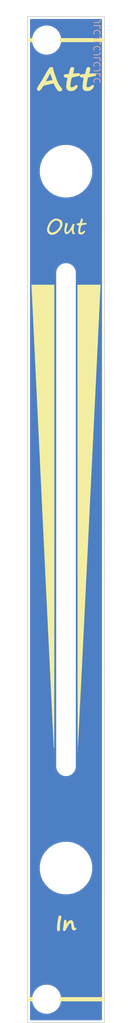
<source format=kicad_pcb>
(kicad_pcb (version 20171130) (host pcbnew "(5.1.9)-1")

  (general
    (thickness 1.6)
    (drawings 0)
    (tracks 0)
    (zones 0)
    (modules 5)
    (nets 1)
  )

  (page A4)
  (layers
    (0 F.Cu signal)
    (31 B.Cu signal)
    (32 B.Adhes user)
    (33 F.Adhes user)
    (34 B.Paste user)
    (35 F.Paste user)
    (36 B.SilkS user)
    (37 F.SilkS user)
    (38 B.Mask user)
    (39 F.Mask user)
    (40 Dwgs.User user)
    (41 Cmts.User user)
    (42 Eco1.User user)
    (43 Eco2.User user)
    (44 Edge.Cuts user)
    (45 Margin user)
    (46 B.CrtYd user)
    (47 F.CrtYd user)
    (48 B.Fab user)
    (49 F.Fab user)
  )

  (setup
    (last_trace_width 0.25)
    (trace_clearance 0.2)
    (zone_clearance 0.254)
    (zone_45_only no)
    (trace_min 0.2)
    (via_size 0.8)
    (via_drill 0.4)
    (via_min_size 0.4)
    (via_min_drill 0.3)
    (uvia_size 0.3)
    (uvia_drill 0.1)
    (uvias_allowed no)
    (uvia_min_size 0.2)
    (uvia_min_drill 0.1)
    (edge_width 0.05)
    (segment_width 0.2)
    (pcb_text_width 0.3)
    (pcb_text_size 1.5 1.5)
    (mod_edge_width 0.12)
    (mod_text_size 1 1)
    (mod_text_width 0.15)
    (pad_size 1.524 1.524)
    (pad_drill 0.762)
    (pad_to_mask_clearance 0)
    (aux_axis_origin 0 0)
    (visible_elements 7EFFFFFF)
    (pcbplotparams
      (layerselection 0x010f0_ffffffff)
      (usegerberextensions false)
      (usegerberattributes false)
      (usegerberadvancedattributes false)
      (creategerberjobfile false)
      (excludeedgelayer true)
      (linewidth 0.100000)
      (plotframeref false)
      (viasonmask false)
      (mode 1)
      (useauxorigin false)
      (hpglpennumber 1)
      (hpglpenspeed 20)
      (hpglpendiameter 15.000000)
      (psnegative false)
      (psa4output false)
      (plotreference false)
      (plotvalue false)
      (plotinvisibletext false)
      (padsonsilk false)
      (subtractmaskfromsilk false)
      (outputformat 1)
      (mirror false)
      (drillshape 0)
      (scaleselection 1)
      (outputdirectory "plots/"))
  )

  (net 0 "")

  (net_class Default "This is the default net class."
    (clearance 0.2)
    (trace_width 0.25)
    (via_dia 0.8)
    (via_drill 0.4)
    (uvia_dia 0.3)
    (uvia_drill 0.1)
  )

  (module Frontpanels:Mounting_Hole_6.2mm (layer F.Cu) (tedit 604DF155) (tstamp 604E4DC7)
    (at 4.9 108.75)
    (fp_text reference REF** (at 0 4) (layer Dwgs.User)
      (effects (font (size 1 1) (thickness 0.15)))
    )
    (fp_text value Mounting_Hole_6.2mm (at 0 -4) (layer F.Fab)
      (effects (font (size 1 1) (thickness 0.15)))
    )
    (pad "" np_thru_hole circle (at 0 0) (size 6.2 6.2) (drill 6.2) (layers *.Cu *.Mask))
  )

  (module Frontpanels:Mounting_Hole_6.2mm (layer F.Cu) (tedit 604DF155) (tstamp 604E4DA8)
    (at 4.9 19.75)
    (fp_text reference REF** (at 0 4) (layer Dwgs.User)
      (effects (font (size 1 1) (thickness 0.15)))
    )
    (fp_text value Mounting_Hole_6.2mm (at 0 -4) (layer F.Fab)
      (effects (font (size 1 1) (thickness 0.15)))
    )
    (pad "" np_thru_hole circle (at 0 0) (size 6.2 6.2) (drill 6.2) (layers *.Cu *.Mask))
  )

  (module Frontpanels:Fader_60mm_wo_Holes (layer F.Cu) (tedit 604DEF82) (tstamp 604E4D1A)
    (at 4.9 64.25)
    (fp_text reference REF** (at 1.9 0 90) (layer Dwgs.User)
      (effects (font (size 1 1) (thickness 0.15)))
    )
    (fp_text value Fader_60mm_wo_Holes (at -1.8 0 90) (layer F.Fab)
      (effects (font (size 1 1) (thickness 0.15)))
    )
    (pad "" np_thru_hole oval (at 0 0) (size 2 65) (drill oval 2 65) (layers *.Cu *.Mask))
  )

  (module Front:Front (layer F.Cu) (tedit 0) (tstamp 604E4C11)
    (at 4.9 64.25)
    (fp_text reference G*** (at 0 0) (layer F.SilkS) hide
      (effects (font (size 1.524 1.524) (thickness 0.3)))
    )
    (fp_text value LOGO (at 0.75 0) (layer F.SilkS) hide
      (effects (font (size 1.524 1.524) (thickness 0.3)))
    )
    (fp_poly (pts (xy 0.881842 -57.790709) (xy 0.96814 -57.753302) (xy 0.982456 -57.741568) (xy 1.013285 -57.710053)
      (xy 1.032218 -57.677168) (xy 1.039065 -57.632793) (xy 1.033634 -57.566809) (xy 1.015736 -57.469093)
      (xy 0.98518 -57.329527) (xy 0.97375 -57.279014) (xy 0.946402 -57.155533) (xy 0.925304 -57.054605)
      (xy 0.912722 -56.987472) (xy 0.910505 -56.965265) (xy 0.939472 -56.965912) (xy 1.013445 -56.971588)
      (xy 1.121305 -56.981347) (xy 1.251932 -56.994243) (xy 1.254914 -56.994549) (xy 1.407142 -57.00883)
      (xy 1.51556 -57.015084) (xy 1.592244 -57.013198) (xy 1.649271 -57.003053) (xy 1.685303 -56.990419)
      (xy 1.75418 -56.948488) (xy 1.777696 -56.893878) (xy 1.778 -56.884836) (xy 1.781249 -56.8432)
      (xy 1.801155 -56.831279) (xy 1.852959 -56.844885) (xy 1.883834 -56.855754) (xy 1.965357 -56.874687)
      (xy 2.079278 -56.888641) (xy 2.201585 -56.894719) (xy 2.207062 -56.894762) (xy 2.424458 -56.896)
      (xy 2.451606 -56.994323) (xy 2.470124 -57.062974) (xy 2.498399 -57.169646) (xy 2.532039 -57.297718)
      (xy 2.555698 -57.388392) (xy 2.601206 -57.550013) (xy 2.643723 -57.66378) (xy 2.689112 -57.737588)
      (xy 2.743233 -57.779327) (xy 2.811949 -57.796891) (xy 2.860736 -57.799112) (xy 2.974577 -57.777911)
      (xy 3.057794 -57.719736) (xy 3.100713 -57.632724) (xy 3.104445 -57.594071) (xy 3.095764 -57.495159)
      (xy 3.073082 -57.36713) (xy 3.041438 -57.234) (xy 3.00587 -57.119787) (xy 3.003756 -57.114152)
      (xy 2.978056 -57.041105) (xy 2.964145 -56.991058) (xy 2.963334 -56.984239) (xy 2.980754 -56.973488)
      (xy 3.036035 -56.970419) (xy 3.13371 -56.975252) (xy 3.278309 -56.988205) (xy 3.464842 -57.008408)
      (xy 3.624276 -57.018418) (xy 3.734641 -57.006255) (xy 3.75412 -57.000038) (xy 3.808559 -56.972492)
      (xy 3.832642 -56.931473) (xy 3.838217 -56.856106) (xy 3.838222 -56.851854) (xy 3.823147 -56.746953)
      (xy 3.788834 -56.693517) (xy 3.744965 -56.67431) (xy 3.656183 -56.648688) (xy 3.533282 -56.619318)
      (xy 3.387058 -56.588869) (xy 3.296642 -56.571913) (xy 3.143764 -56.543562) (xy 3.009655 -56.517124)
      (xy 2.904552 -56.494739) (xy 2.838693 -56.478549) (xy 2.822279 -56.472702) (xy 2.804751 -56.437918)
      (xy 2.781441 -56.357923) (xy 2.75443 -56.243402) (xy 2.725797 -56.105038) (xy 2.697622 -55.953516)
      (xy 2.671986 -55.799518) (xy 2.650968 -55.653729) (xy 2.636649 -55.526832) (xy 2.635457 -55.513112)
      (xy 2.627883 -55.402244) (xy 2.629425 -55.332388) (xy 2.642367 -55.288527) (xy 2.668996 -55.255643)
      (xy 2.67555 -55.249612) (xy 2.750389 -55.217055) (xy 2.851726 -55.217882) (xy 2.963542 -55.248349)
      (xy 3.069821 -55.30471) (xy 3.130883 -55.356049) (xy 3.213092 -55.420587) (xy 3.314194 -55.47223)
      (xy 3.415209 -55.503661) (xy 3.497158 -55.50756) (xy 3.51269 -55.503281) (xy 3.545602 -55.462978)
      (xy 3.554677 -55.386429) (xy 3.539762 -55.288624) (xy 3.515607 -55.21707) (xy 3.451589 -55.111346)
      (xy 3.351718 -54.999279) (xy 3.232196 -54.896356) (xy 3.109222 -54.818065) (xy 3.086978 -54.80733)
      (xy 2.924138 -54.756523) (xy 2.741274 -54.736761) (xy 2.558792 -54.748009) (xy 2.397096 -54.790231)
      (xy 2.356306 -54.808619) (xy 2.264179 -54.861819) (xy 2.198462 -54.919696) (xy 2.155484 -54.992201)
      (xy 2.131571 -55.089283) (xy 2.123052 -55.22089) (xy 2.126255 -55.396973) (xy 2.127546 -55.428445)
      (xy 2.137769 -55.606269) (xy 2.153785 -55.777178) (xy 2.177676 -55.957213) (xy 2.211524 -56.162414)
      (xy 2.24934 -56.366834) (xy 2.254275 -56.419418) (xy 2.231479 -56.440639) (xy 2.169259 -56.444602)
      (xy 2.009694 -56.46171) (xy 1.888575 -56.510564) (xy 1.810097 -56.58834) (xy 1.778455 -56.692217)
      (xy 1.778 -56.707851) (xy 1.778 -56.789365) (xy 1.725911 -56.725038) (xy 1.69524 -56.697074)
      (xy 1.646569 -56.672258) (xy 1.570878 -56.647768) (xy 1.459143 -56.620783) (xy 1.302342 -56.588481)
      (xy 1.2673 -56.581625) (xy 1.118396 -56.552472) (xy 0.985714 -56.526154) (xy 0.880854 -56.504996)
      (xy 0.815414 -56.491324) (xy 0.8033 -56.488577) (xy 0.767257 -56.469583) (xy 0.735568 -56.427173)
      (xy 0.706132 -56.354843) (xy 0.676853 -56.246087) (xy 0.645632 -56.094402) (xy 0.610372 -55.893282)
      (xy 0.609404 -55.887466) (xy 0.576216 -55.6615) (xy 0.560501 -55.485596) (xy 0.562266 -55.356139)
      (xy 0.581518 -55.269519) (xy 0.610622 -55.227699) (xy 0.671686 -55.209159) (xy 0.764409 -55.217032)
      (xy 0.873175 -55.246894) (xy 0.982363 -55.294324) (xy 1.076357 -55.354898) (xy 1.084904 -55.362007)
      (xy 1.174095 -55.426172) (xy 1.269308 -55.476917) (xy 1.305218 -55.49032) (xy 1.399391 -55.503926)
      (xy 1.459001 -55.481846) (xy 1.486809 -55.430739) (xy 1.485574 -55.357261) (xy 1.458056 -55.268072)
      (xy 1.407016 -55.169829) (xy 1.335213 -55.069189) (xy 1.245408 -54.972811) (xy 1.14036 -54.887353)
      (xy 1.028148 -54.821961) (xy 0.864544 -54.76535) (xy 0.684577 -54.736925) (xy 0.511016 -54.738989)
      (xy 0.407552 -54.759197) (xy 0.247122 -54.832747) (xy 0.128557 -54.942981) (xy 0.054723 -55.086075)
      (xy 0.028488 -55.258204) (xy 0.028468 -55.264766) (xy 0.03574 -55.442494) (xy 0.05525 -55.653281)
      (xy 0.084295 -55.87787) (xy 0.120174 -56.097001) (xy 0.160186 -56.291416) (xy 0.187026 -56.395056)
      (xy 0.186873 -56.427935) (xy 0.152315 -56.442066) (xy 0.096899 -56.444445) (xy -0.055432 -56.458992)
      (xy -0.169916 -56.500858) (xy -0.240317 -56.567378) (xy -0.252656 -56.593832) (xy -0.281368 -56.700072)
      (xy -0.278622 -56.777439) (xy -0.239031 -56.830921) (xy -0.157212 -56.865505) (xy -0.02778 -56.886176)
      (xy 0.071217 -56.893754) (xy 0.347825 -56.910112) (xy 0.451749 -57.298154) (xy 0.492978 -57.442888)
      (xy 0.534202 -57.571545) (xy 0.57133 -57.672393) (xy 0.60027 -57.733702) (xy 0.606766 -57.742654)
      (xy 0.678724 -57.78545) (xy 0.777894 -57.801447) (xy 0.881842 -57.790709)) (layer F.SilkS) (width 0.01))
    (fp_poly (pts (xy -1.798709 -57.79195) (xy -1.703728 -57.757962) (xy -1.699613 -57.755178) (xy -1.659375 -57.714278)
      (xy -1.640745 -57.653259) (xy -1.636889 -57.573421) (xy -1.630474 -57.507098) (xy -1.610193 -57.41275)
      (xy -1.57449 -57.285057) (xy -1.52181 -57.118701) (xy -1.450595 -56.908364) (xy -1.400014 -56.763633)
      (xy -1.329543 -56.565596) (xy -1.259676 -56.372666) (xy -1.194282 -56.19527) (xy -1.137227 -56.043835)
      (xy -1.092379 -55.928786) (xy -1.072269 -55.88) (xy -1.006273 -55.744421) (xy -0.920812 -55.594778)
      (xy -0.825043 -55.444874) (xy -0.728122 -55.30851) (xy -0.639206 -55.199485) (xy -0.584814 -55.145264)
      (xy -0.52686 -55.082225) (xy -0.502067 -55.008761) (xy -0.497891 -54.951972) (xy -0.503261 -54.86373)
      (xy -0.53241 -54.803312) (xy -0.573478 -54.762431) (xy -0.678294 -54.70779) (xy -0.806029 -54.697675)
      (xy -0.943744 -54.733018) (xy -0.949074 -54.735302) (xy -1.017927 -54.784747) (xy -1.102678 -54.875093)
      (xy -1.196119 -54.995743) (xy -1.291049 -55.136097) (xy -1.380261 -55.285557) (xy -1.456551 -55.433524)
      (xy -1.509133 -55.559225) (xy -1.561017 -55.704116) (xy -1.676564 -55.691325) (xy -1.751342 -55.679581)
      (xy -1.86683 -55.657435) (xy -2.008932 -55.627997) (xy -2.163555 -55.594378) (xy -2.316604 -55.559688)
      (xy -2.453986 -55.527039) (xy -2.561607 -55.49954) (xy -2.612559 -55.48474) (xy -2.704092 -55.463952)
      (xy -2.782192 -55.456667) (xy -2.824386 -55.451603) (xy -2.861701 -55.430332) (xy -2.902898 -55.383733)
      (xy -2.956737 -55.302687) (xy -3.002773 -55.227027) (xy -3.11439 -55.056551) (xy -3.223903 -54.918947)
      (xy -3.325602 -54.820446) (xy -3.413781 -54.767282) (xy -3.427729 -54.76302) (xy -3.520903 -54.766056)
      (xy -3.611118 -54.811977) (xy -3.681068 -54.88908) (xy -3.708043 -54.952604) (xy -3.717483 -55.007113)
      (xy -3.712269 -55.058899) (xy -3.6878 -55.122716) (xy -3.639478 -55.213321) (xy -3.611689 -55.261661)
      (xy -3.54996 -55.364642) (xy -3.46687 -55.498596) (xy -3.372445 -55.64758) (xy -3.276707 -55.79565)
      (xy -3.258412 -55.823556) (xy -3.154962 -55.984753) (xy -3.149922 -55.992889) (xy -2.569681 -55.992889)
      (xy -2.488799 -55.992889) (xy -2.422853 -55.999841) (xy -2.322361 -56.018221) (xy -2.207154 -56.044318)
      (xy -2.187222 -56.049334) (xy -2.070324 -56.076521) (xy -1.963569 -56.09666) (xy -1.887404 -56.105976)
      (xy -1.879319 -56.10621) (xy -1.805846 -56.109814) (xy -1.760328 -56.125197) (xy -1.741578 -56.16052)
      (xy -1.748413 -56.223946) (xy -1.779648 -56.323638) (xy -1.828832 -56.454179) (xy -1.877981 -56.586096)
      (xy -1.92061 -56.709872) (xy -1.951394 -56.809505) (xy -1.963592 -56.859231) (xy -1.979535 -56.934788)
      (xy -1.99435 -56.985342) (xy -1.996852 -56.990657) (xy -2.014665 -56.9768) (xy -2.053275 -56.921568)
      (xy -2.107186 -56.833529) (xy -2.170899 -56.721253) (xy -2.177919 -56.708435) (xy -2.256403 -56.564732)
      (xy -2.338208 -56.415116) (xy -2.412379 -56.279612) (xy -2.457392 -56.1975) (xy -2.569681 -55.992889)
      (xy -3.149922 -55.992889) (xy -3.043219 -56.165132) (xy -2.936417 -56.342993) (xy -2.847789 -56.496633)
      (xy -2.845411 -56.500889) (xy -2.680256 -56.795337) (xy -2.539206 -57.043297) (xy -2.420076 -57.24823)
      (xy -2.32068 -57.413596) (xy -2.238832 -57.542856) (xy -2.172348 -57.639469) (xy -2.119042 -57.706897)
      (xy -2.076729 -57.7486) (xy -2.045644 -57.767216) (xy -1.919613 -57.795276) (xy -1.798709 -57.79195)) (layer F.SilkS) (width 0.01))
    (fp_poly (pts (xy 0.160322 -37.869013) (xy 0.206334 -37.812992) (xy 0.209199 -37.803452) (xy 0.207951 -37.746943)
      (xy 0.18981 -37.648971) (xy 0.157215 -37.521105) (xy 0.130838 -37.431953) (xy 0.065258 -37.200743)
      (xy 0.02587 -37.014405) (xy 0.012872 -36.87436) (xy 0.026458 -36.782027) (xy 0.037968 -36.760643)
      (xy 0.069645 -36.729192) (xy 0.111689 -36.725206) (xy 0.17831 -36.743639) (xy 0.290072 -36.807691)
      (xy 0.407259 -36.927816) (xy 0.529795 -37.103913) (xy 0.657599 -37.335879) (xy 0.704689 -37.432631)
      (xy 0.776624 -37.581877) (xy 0.832026 -37.685886) (xy 0.877031 -37.75111) (xy 0.917778 -37.784005)
      (xy 0.960403 -37.791023) (xy 1.011042 -37.778619) (xy 1.027803 -37.772425) (xy 1.058122 -37.735563)
      (xy 1.072332 -37.672202) (xy 1.067455 -37.610143) (xy 1.048354 -37.580443) (xy 1.033051 -37.545119)
      (xy 1.017879 -37.466188) (xy 1.004074 -37.356477) (xy 0.992868 -37.228813) (xy 0.985494 -37.096023)
      (xy 0.983186 -36.970934) (xy 0.98434 -36.914667) (xy 0.992582 -36.804272) (xy 1.010788 -36.731173)
      (xy 1.044587 -36.676388) (xy 1.060094 -36.659123) (xy 1.111577 -36.587618) (xy 1.128983 -36.523823)
      (xy 1.10832 -36.482566) (xy 1.107722 -36.482207) (xy 1.067379 -36.46801) (xy 0.999543 -36.451105)
      (xy 0.998084 -36.450791) (xy 0.929606 -36.44531) (xy 0.879858 -36.473436) (xy 0.849304 -36.508502)
      (xy 0.811568 -36.56167) (xy 0.785503 -36.616702) (xy 0.766364 -36.6891) (xy 0.749408 -36.794366)
      (xy 0.740136 -36.865196) (xy 0.719667 -37.027391) (xy 0.564445 -36.823877) (xy 0.446328 -36.680386)
      (xy 0.34173 -36.580899) (xy 0.240936 -36.517978) (xy 0.134231 -36.484188) (xy 0.116677 -36.481102)
      (xy 0.010821 -36.473007) (xy -0.059016 -36.494509) (xy -0.108432 -36.552374) (xy -0.125478 -36.586127)
      (xy -0.17598 -36.712523) (xy -0.203452 -36.830078) (xy -0.209733 -36.957148) (xy -0.196661 -37.112091)
      (xy -0.185902 -37.189495) (xy -0.164922 -37.317694) (xy -0.14286 -37.432728) (xy -0.123095 -37.517752)
      (xy -0.114567 -37.545254) (xy -0.094436 -37.627503) (xy -0.084807 -37.724461) (xy -0.084666 -37.735647)
      (xy -0.07845 -37.812534) (xy -0.052745 -37.854021) (xy -0.012152 -37.874967) (xy 0.082471 -37.891294)
      (xy 0.160322 -37.869013)) (layer F.SilkS) (width 0.01))
    (fp_poly (pts (xy 2.090109 -38.437776) (xy 2.124232 -38.406489) (xy 2.138767 -38.353955) (xy 2.13342 -38.271812)
      (xy 2.107895 -38.151702) (xy 2.075846 -38.033469) (xy 2.052372 -37.945666) (xy 2.038688 -37.883244)
      (xy 2.037384 -37.861613) (xy 2.067397 -37.861662) (xy 2.140116 -37.867382) (xy 2.242212 -37.877649)
      (xy 2.289954 -37.882966) (xy 2.432649 -37.896795) (xy 2.528644 -37.89805) (xy 2.586752 -37.884381)
      (xy 2.615785 -37.853439) (xy 2.624554 -37.802876) (xy 2.624667 -37.793733) (xy 2.620099 -37.748508)
      (xy 2.600414 -37.716472) (xy 2.556638 -37.694228) (xy 2.479799 -37.67838) (xy 2.360922 -37.66553)
      (xy 2.265723 -37.657849) (xy 2.124117 -37.642118) (xy 2.030689 -37.619308) (xy 1.980564 -37.590609)
      (xy 1.939833 -37.526834) (xy 1.899919 -37.417731) (xy 1.86375 -37.274378) (xy 1.834253 -37.107852)
      (xy 1.818558 -36.977442) (xy 1.810017 -36.865848) (xy 1.81197 -36.794511) (xy 1.82624 -36.747912)
      (xy 1.849212 -36.716387) (xy 1.918562 -36.668992) (xy 1.999085 -36.671766) (xy 2.095663 -36.725376)
      (xy 2.132754 -36.755072) (xy 2.251998 -36.849853) (xy 2.337766 -36.901512) (xy 2.39258 -36.910399)
      (xy 2.418968 -36.876865) (xy 2.419451 -36.801258) (xy 2.418623 -36.794723) (xy 2.376675 -36.678205)
      (xy 2.291583 -36.575897) (xy 2.176082 -36.494028) (xy 2.042906 -36.43883) (xy 1.904791 -36.416534)
      (xy 1.774469 -36.433372) (xy 1.723372 -36.454524) (xy 1.645678 -36.512144) (xy 1.592981 -36.593866)
      (xy 1.564427 -36.705527) (xy 1.559162 -36.852964) (xy 1.576332 -37.042015) (xy 1.608238 -37.241497)
      (xy 1.630848 -37.367486) (xy 1.649168 -37.472625) (xy 1.66111 -37.544718) (xy 1.664683 -37.570834)
      (xy 1.639949 -37.584186) (xy 1.577761 -37.591517) (xy 1.554238 -37.592) (xy 1.447123 -37.610026)
      (xy 1.380423 -37.66133) (xy 1.359002 -37.741756) (xy 1.36019 -37.757826) (xy 1.368906 -37.798805)
      (xy 1.392198 -37.821994) (xy 1.443855 -37.833643) (xy 1.537665 -37.840002) (xy 1.541936 -37.840208)
      (xy 1.659735 -37.852606) (xy 1.736739 -37.883732) (xy 1.786483 -37.945049) (xy 1.822498 -38.048022)
      (xy 1.831968 -38.085889) (xy 1.867502 -38.231245) (xy 1.894676 -38.33078) (xy 1.917136 -38.393831)
      (xy 1.938522 -38.42973) (xy 1.96248 -38.447813) (xy 1.975119 -38.45264) (xy 2.042704 -38.453666)
      (xy 2.090109 -38.437776)) (layer F.SilkS) (width 0.01))
    (fp_poly (pts (xy -1.138114 -38.44695) (xy -1.108611 -38.440675) (xy -0.99157 -38.407579) (xy -0.874436 -38.362739)
      (xy -0.821945 -38.337208) (xy -0.744089 -38.297531) (xy -0.684374 -38.272633) (xy -0.666723 -38.268442)
      (xy -0.627333 -38.242768) (xy -0.580263 -38.177363) (xy -0.533008 -38.086863) (xy -0.493063 -37.985901)
      (xy -0.467923 -37.889113) (xy -0.465969 -37.87642) (xy -0.465575 -37.677702) (xy -0.513927 -37.466515)
      (xy -0.606917 -37.250194) (xy -0.740435 -37.036075) (xy -0.91037 -36.831493) (xy -1.112615 -36.643783)
      (xy -1.19035 -36.583371) (xy -1.303026 -36.506402) (xy -1.401588 -36.457949) (xy -1.511769 -36.426554)
      (xy -1.566333 -36.415942) (xy -1.734283 -36.390462) (xy -1.860839 -36.383026) (xy -1.958202 -36.393965)
      (xy -2.038571 -36.423611) (xy -2.048699 -36.429017) (xy -2.220373 -36.548164) (xy -2.33989 -36.687778)
      (xy -2.408287 -36.849451) (xy -2.427015 -37.009938) (xy -2.425346 -37.026257) (xy -2.160529 -37.026257)
      (xy -2.14631 -36.933084) (xy -2.099014 -36.842307) (xy -2.02566 -36.757363) (xy -1.939895 -36.689205)
      (xy -1.855368 -36.648786) (xy -1.788655 -36.646054) (xy -1.747547 -36.65861) (xy -1.668491 -36.682383)
      (xy -1.567645 -36.712517) (xy -1.554744 -36.716361) (xy -1.447602 -36.752262) (xy -1.361961 -36.793656)
      (xy -1.279289 -36.851928) (xy -1.181056 -36.938463) (xy -1.157929 -36.960146) (xy -0.993064 -37.130128)
      (xy -0.874607 -37.287603) (xy -0.796777 -37.441565) (xy -0.756724 -37.584376) (xy -0.739193 -37.768826)
      (xy -0.763849 -37.917369) (xy -0.832912 -38.033953) (xy -0.948597 -38.122528) (xy -1.091718 -38.180741)
      (xy -1.266214 -38.234014) (xy -1.421309 -38.170979) (xy -1.616052 -38.070401) (xy -1.777772 -37.937368)
      (xy -1.913516 -37.764487) (xy -2.03033 -37.544365) (xy -2.040388 -37.521445) (xy -2.10811 -37.338482)
      (xy -2.148828 -37.169692) (xy -2.160529 -37.026257) (xy -2.425346 -37.026257) (xy -2.410517 -37.171205)
      (xy -2.365243 -37.358535) (xy -2.297178 -37.553518) (xy -2.212303 -37.737742) (xy -2.161905 -37.825758)
      (xy -1.999174 -38.051801) (xy -1.824448 -38.225174) (xy -1.634063 -38.349033) (xy -1.483598 -38.409839)
      (xy -1.370897 -38.443203) (xy -1.28999 -38.459338) (xy -1.219516 -38.460002) (xy -1.138114 -38.44695)) (layer F.SilkS) (width 0.01))
    (fp_poly (pts (xy -1.495778 -0.439111) (xy -1.495804 1.350202) (xy -1.495883 3.083126) (xy -1.496014 4.759717)
      (xy -1.496199 6.380029) (xy -1.496436 7.944119) (xy -1.496726 9.452042) (xy -1.497068 10.903853)
      (xy -1.497464 12.299609) (xy -1.497913 13.639363) (xy -1.498414 14.923173) (xy -1.498969 16.151093)
      (xy -1.499577 17.323179) (xy -1.500238 18.439486) (xy -1.500953 19.50007) (xy -1.50172 20.504986)
      (xy -1.502541 21.45429) (xy -1.503416 22.348037) (xy -1.504344 23.186282) (xy -1.505325 23.969082)
      (xy -1.50636 24.696492) (xy -1.507449 25.368567) (xy -1.508591 25.985362) (xy -1.509787 26.546933)
      (xy -1.511037 27.053336) (xy -1.51234 27.504626) (xy -1.513698 27.900859) (xy -1.515109 28.242089)
      (xy -1.516575 28.528373) (xy -1.518094 28.759766) (xy -1.519668 28.936323) (xy -1.521296 29.058101)
      (xy -1.522978 29.125153) (xy -1.524199 29.139567) (xy -1.556009 29.134642) (xy -1.563993 29.120066)
      (xy -1.565795 29.090609) (xy -1.570231 29.006196) (xy -1.577233 28.868253) (xy -1.586733 28.678202)
      (xy -1.598662 28.437469) (xy -1.612951 28.147478) (xy -1.629532 27.809653) (xy -1.648336 27.425418)
      (xy -1.669295 26.996197) (xy -1.69234 26.523416) (xy -1.717403 26.008497) (xy -1.744415 25.452867)
      (xy -1.773308 24.857947) (xy -1.804013 24.225164) (xy -1.836461 23.555941) (xy -1.870585 22.851703)
      (xy -1.906315 22.113873) (xy -1.943583 21.343877) (xy -1.98232 20.543138) (xy -2.022459 19.713081)
      (xy -2.063929 18.85513) (xy -2.106664 17.970709) (xy -2.150594 17.061242) (xy -2.19565 16.128155)
      (xy -2.241765 15.17287) (xy -2.28887 14.196813) (xy -2.336895 13.201408) (xy -2.385774 12.188078)
      (xy -2.435436 11.158249) (xy -2.485814 10.113345) (xy -2.536839 9.054789) (xy -2.588443 7.984006)
      (xy -2.640556 6.902421) (xy -2.693111 5.811457) (xy -2.746039 4.71254) (xy -2.799271 3.607092)
      (xy -2.852739 2.496539) (xy -2.906375 1.382305) (xy -2.960109 0.265814) (xy -3.013873 -0.851509)
      (xy -3.067599 -1.968241) (xy -3.121218 -3.082957) (xy -3.174662 -4.194233) (xy -3.227861 -5.300644)
      (xy -3.280749 -6.400767) (xy -3.333255 -7.493176) (xy -3.385312 -8.576448) (xy -3.436851 -9.649159)
      (xy -3.487803 -10.709883) (xy -3.5381 -11.757197) (xy -3.587673 -12.789677) (xy -3.636455 -13.805898)
      (xy -3.684375 -14.804436) (xy -3.731366 -15.783867) (xy -3.77736 -16.742765) (xy -3.822287 -17.679709)
      (xy -3.866079 -18.593271) (xy -3.908668 -19.48203) (xy -3.949985 -20.344559) (xy -3.989961 -21.179436)
      (xy -4.028529 -21.985235) (xy -4.065619 -22.760533) (xy -4.101163 -23.503904) (xy -4.135092 -24.213926)
      (xy -4.167338 -24.889173) (xy -4.197832 -25.528221) (xy -4.226506 -26.129646) (xy -4.253292 -26.692024)
      (xy -4.27812 -27.213931) (xy -4.300923 -27.693941) (xy -4.321631 -28.130631) (xy -4.340176 -28.522577)
      (xy -4.35649 -28.868354) (xy -4.370503 -29.166538) (xy -4.382149 -29.415705) (xy -4.391357 -29.61443)
      (xy -4.39806 -29.76129) (xy -4.402188 -29.854859) (xy -4.403674 -29.893714) (xy -4.403677 -29.894389)
      (xy -4.402666 -30.000223) (xy -1.495778 -30.000223) (xy -1.495778 -0.439111)) (layer F.SilkS) (width 0.01))
    (fp_poly (pts (xy -1.53197 29.471443) (xy -1.527328 29.554907) (xy -1.532356 29.612554) (xy -1.538966 29.623911)
      (xy -1.543226 29.586934) (xy -1.54415 29.534555) (xy -1.542038 29.470521) (xy -1.536981 29.451791)
      (xy -1.53197 29.471443)) (layer F.SilkS) (width 0.01))
    (fp_poly (pts (xy -1.495778 29.760333) (xy -1.509889 29.774444) (xy -1.524 29.760333) (xy -1.509889 29.746222)
      (xy -1.495778 29.760333)) (layer F.SilkS) (width 0.01))
    (fp_poly (pts (xy 4.403987 -29.9085) (xy 4.402799 -29.867949) (xy 4.398912 -29.772719) (xy 4.392399 -29.624236)
      (xy 4.383327 -29.423924) (xy 4.371768 -29.17321) (xy 4.357789 -28.873517) (xy 4.341463 -28.526272)
      (xy 4.322857 -28.132899) (xy 4.302043 -27.694824) (xy 4.279089 -27.213472) (xy 4.254066 -26.690267)
      (xy 4.227044 -26.126635) (xy 4.198091 -25.524001) (xy 4.167278 -24.883791) (xy 4.134675 -24.207429)
      (xy 4.100351 -23.496341) (xy 4.064376 -22.751951) (xy 4.02682 -21.975685) (xy 3.987753 -21.168968)
      (xy 3.947245 -20.333225) (xy 3.905364 -19.469881) (xy 3.862182 -18.580362) (xy 3.817768 -17.666093)
      (xy 3.772191 -16.728498) (xy 3.725521 -15.769003) (xy 3.677829 -14.789032) (xy 3.629183 -13.790013)
      (xy 3.579654 -12.773368) (xy 3.529312 -11.740524) (xy 3.478226 -10.692905) (xy 3.426466 -9.631937)
      (xy 3.374101 -8.559045) (xy 3.321202 -7.475654) (xy 3.267839 -6.383188) (xy 3.21408 -5.283075)
      (xy 3.159996 -4.176737) (xy 3.105657 -3.065602) (xy 3.051133 -1.951093) (xy 2.996492 -0.834636)
      (xy 2.941806 0.282345) (xy 2.887143 1.398423) (xy 2.832574 2.512173) (xy 2.778168 3.622172)
      (xy 2.723995 4.726992) (xy 2.670124 5.82521) (xy 2.616627 6.9154) (xy 2.563572 7.996137)
      (xy 2.511029 9.065996) (xy 2.459067 10.123552) (xy 2.407758 11.167379) (xy 2.35717 12.196053)
      (xy 2.307373 13.208147) (xy 2.258437 14.202238) (xy 2.210432 15.1769) (xy 2.163427 16.130708)
      (xy 2.117493 17.062236) (xy 2.072699 17.97006) (xy 2.029115 18.852755) (xy 1.98681 19.708894)
      (xy 1.945855 20.537054) (xy 1.906319 21.335809) (xy 1.868272 22.103733) (xy 1.831783 22.839402)
      (xy 1.796924 23.541391) (xy 1.763762 24.208274) (xy 1.732368 24.838627) (xy 1.702813 25.431023)
      (xy 1.675164 25.984038) (xy 1.649494 26.496248) (xy 1.62587 26.966226) (xy 1.604363 27.392547)
      (xy 1.585043 27.773787) (xy 1.56798 28.10852) (xy 1.553242 28.395321) (xy 1.540901 28.632765)
      (xy 1.531025 28.819427) (xy 1.523685 28.953881) (xy 1.518951 29.034703) (xy 1.51695 29.06048)
      (xy 1.502865 29.123946) (xy 1.499441 29.216779) (xy 1.502873 29.272146) (xy 1.507333 29.364568)
      (xy 1.507142 29.493332) (xy 1.502539 29.638547) (xy 1.497311 29.732111) (xy 1.496409 29.71758)
      (xy 1.495508 29.647748) (xy 1.494609 29.523757) (xy 1.493714 29.346748) (xy 1.492822 29.117866)
      (xy 1.491936 28.838252) (xy 1.491055 28.509049) (xy 1.490182 28.131399) (xy 1.489317 27.706446)
      (xy 1.48846 27.235331) (xy 1.487613 26.719197) (xy 1.486778 26.159187) (xy 1.485954 25.556444)
      (xy 1.485143 24.912109) (xy 1.484345 24.227326) (xy 1.483563 23.503236) (xy 1.482796 22.740984)
      (xy 1.482046 21.94171) (xy 1.481314 21.106558) (xy 1.4806 20.236671) (xy 1.479906 19.33319)
      (xy 1.479232 18.397259) (xy 1.47858 17.430019) (xy 1.477951 16.432614) (xy 1.477345 15.406186)
      (xy 1.476764 14.351878) (xy 1.476208 13.270832) (xy 1.475678 12.164191) (xy 1.475176 11.033097)
      (xy 1.474702 9.878694) (xy 1.474257 8.702122) (xy 1.473843 7.504526) (xy 1.47346 6.287047)
      (xy 1.473109 5.050828) (xy 1.472792 3.797012) (xy 1.472509 2.526742) (xy 1.47226 1.241159)
      (xy 1.47206 0.021166) (xy 1.467556 -30.000223) (xy 4.402667 -30.000223) (xy 4.403987 -29.9085)) (layer F.SilkS) (width 0.01))
    (fp_poly (pts (xy -0.00647 51.129585) (xy 0.031271 51.156451) (xy 0.053933 51.214396) (xy 0.064588 51.321271)
      (xy 0.065118 51.428899) (xy 0.060783 51.655339) (xy 0.145922 51.506265) (xy 0.205847 51.412254)
      (xy 0.269393 51.329062) (xy 0.306031 51.290423) (xy 0.382082 51.240537) (xy 0.483843 51.195929)
      (xy 0.59145 51.16302) (xy 0.685035 51.148227) (xy 0.732879 51.152492) (xy 0.805553 51.204077)
      (xy 0.873845 51.310368) (xy 0.93712 51.469753) (xy 0.994742 51.680618) (xy 1.046075 51.941349)
      (xy 1.04781 51.951718) (xy 1.082126 52.157992) (xy 1.187278 52.140227) (xy 1.271798 52.135678)
      (xy 1.312347 52.16243) (xy 1.313484 52.226321) (xy 1.298069 52.28213) (xy 1.24193 52.385721)
      (xy 1.153571 52.445521) (xy 1.027654 52.465105) (xy 1.024974 52.465111) (xy 0.931282 52.454847)
      (xy 0.862859 52.416326) (xy 0.833628 52.387713) (xy 0.780546 52.318947) (xy 0.743159 52.238131)
      (xy 0.717537 52.132109) (xy 0.699747 51.98773) (xy 0.694349 51.921776) (xy 0.679461 51.79432)
      (xy 0.656231 51.676827) (xy 0.628122 51.581603) (xy 0.598594 51.520953) (xy 0.577297 51.505555)
      (xy 0.544029 51.520414) (xy 0.487376 51.55663) (xy 0.481151 51.561022) (xy 0.438355 51.602005)
      (xy 0.382985 51.674424) (xy 0.312577 51.782228) (xy 0.224669 51.929367) (xy 0.116796 52.119789)
      (xy 0.000815 52.331055) (xy -0.063856 52.443907) (xy -0.116519 52.512857) (xy -0.168812 52.545256)
      (xy -0.232372 52.548456) (xy -0.315297 52.530747) (xy -0.357123 52.492235) (xy -0.379547 52.410622)
      (xy -0.381582 52.296166) (xy -0.362239 52.159122) (xy -0.354434 52.124542) (xy -0.33549 52.024217)
      (xy -0.316501 51.885873) (xy -0.299693 51.72789) (xy -0.287444 51.571127) (xy -0.27405 51.399462)
      (xy -0.258021 51.268139) (xy -0.240222 51.183162) (xy -0.227497 51.15485) (xy -0.1678 51.120637)
      (xy -0.085095 51.112271) (xy -0.00647 51.129585)) (layer F.SilkS) (width 0.01))
    (fp_poly (pts (xy -0.703168 50.572582) (xy -0.636611 50.630997) (xy -0.617992 50.665881) (xy -0.603657 50.711102)
      (xy -0.599545 50.762932) (xy -0.606849 50.8336) (xy -0.626759 50.935332) (xy -0.656928 51.065593)
      (xy -0.700179 51.250387) (xy -0.731245 51.397794) (xy -0.752247 51.525027) (xy -0.765308 51.649299)
      (xy -0.77255 51.787824) (xy -0.776096 51.957815) (xy -0.776961 52.03913) (xy -0.778696 52.19814)
      (xy -0.781642 52.310696) (xy -0.787504 52.386785) (xy -0.797983 52.436395) (xy -0.814784 52.469514)
      (xy -0.83961 52.496128) (xy -0.85758 52.511852) (xy -0.95009 52.569628) (xy -1.029057 52.574148)
      (xy -1.091446 52.525785) (xy -1.116218 52.480128) (xy -1.137553 52.4002) (xy -1.152349 52.289606)
      (xy -1.157111 52.187079) (xy -1.152589 52.063241) (xy -1.140014 51.906106) (xy -1.120875 51.725699)
      (xy -1.096661 51.53204) (xy -1.068861 51.335154) (xy -1.038964 51.145062) (xy -1.008457 50.971787)
      (xy -0.97883 50.825352) (xy -0.951571 50.715779) (xy -0.929662 50.655766) (xy -0.865807 50.584443)
      (xy -0.784938 50.556889) (xy -0.703168 50.572582)) (layer F.SilkS) (width 0.01))
    (fp_poly (pts (xy -4.889506 -62.886167) (xy -4.881912 -61.496223) (xy -4.176889 -61.496223) (xy -4.176889 -60.988223)
      (xy -4.882444 -60.988223) (xy -4.882444 60.988222) (xy -4.176889 60.988222) (xy -4.176889 61.524444)
      (xy -4.882444 61.524444) (xy -4.882444 64.262) (xy 4.882445 64.262) (xy 4.882445 61.524444)
      (xy -0.790222 61.524444) (xy -0.790222 60.988222) (xy 4.882445 60.988222) (xy 4.882445 -60.988223)
      (xy -0.790222 -60.988223) (xy -0.790222 -61.496223) (xy 4.881913 -61.496223) (xy 4.889506 -62.886167)
      (xy 4.889734 -62.899332) (xy 4.889966 -62.856822) (xy 4.890202 -62.759405) (xy 4.890442 -62.607851)
      (xy 4.890685 -62.402929) (xy 4.890933 -62.145407) (xy 4.891183 -61.836055) (xy 4.891437 -61.475642)
      (xy 4.891694 -61.064936) (xy 4.891954 -60.604708) (xy 4.892216 -60.095725) (xy 4.892481 -59.538757)
      (xy 4.892749 -58.934572) (xy 4.893018 -58.283941) (xy 4.89329 -57.587632) (xy 4.893563 -56.846413)
      (xy 4.893838 -56.061055) (xy 4.894114 -55.232325) (xy 4.894392 -54.360994) (xy 4.894671 -53.447829)
      (xy 4.894951 -52.493601) (xy 4.895231 -51.499078) (xy 4.895512 -50.465028) (xy 4.895794 -49.392222)
      (xy 4.896075 -48.281429) (xy 4.896357 -47.133416) (xy 4.896639 -45.948953) (xy 4.89692 -44.72881)
      (xy 4.897201 -43.473755) (xy 4.897481 -42.184558) (xy 4.897761 -40.861986) (xy 4.898039 -39.50681)
      (xy 4.898317 -38.119799) (xy 4.898593 -36.70172) (xy 4.898867 -35.253345) (xy 4.89914 -33.77544)
      (xy 4.899411 -32.268776) (xy 4.899679 -30.734122) (xy 4.899946 -29.172246) (xy 4.90021 -27.583918)
      (xy 4.900472 -25.969906) (xy 4.90073 -24.33098) (xy 4.900986 -22.667909) (xy 4.901239 -20.981461)
      (xy 4.901489 -19.272406) (xy 4.901735 -17.541512) (xy 4.901977 -15.78955) (xy 4.902216 -14.017287)
      (xy 4.90245 -12.225493) (xy 4.902681 -10.414936) (xy 4.902907 -8.586387) (xy 4.903129 -6.740613)
      (xy 4.903346 -4.878384) (xy 4.903558 -3.000469) (xy 4.903765 -1.107637) (xy 4.903883 0.007055)
      (xy 4.910667 64.290222) (xy -4.910666 64.290222) (xy -4.903883 0.007055) (xy -4.903679 -1.894153)
      (xy -4.90347 -3.780893) (xy -4.903256 -5.652398) (xy -4.903037 -7.507898) (xy -4.902813 -9.346624)
      (xy -4.902585 -11.167807) (xy -4.902353 -12.970678) (xy -4.902117 -14.754468) (xy -4.901877 -16.518408)
      (xy -4.901633 -18.261729) (xy -4.901385 -19.983662) (xy -4.901134 -21.683437) (xy -4.90088 -23.360287)
      (xy -4.900623 -25.013441) (xy -4.900363 -26.642131) (xy -4.900101 -28.245588) (xy -4.899835 -29.823043)
      (xy -4.899568 -31.373726) (xy -4.899298 -32.896869) (xy -4.899027 -34.391703) (xy -4.898753 -35.857458)
      (xy -4.898478 -37.293366) (xy -4.898202 -38.698658) (xy -4.897924 -40.072564) (xy -4.897645 -41.414315)
      (xy -4.897365 -42.723143) (xy -4.897084 -43.998279) (xy -4.896803 -45.238953) (xy -4.896522 -46.444397)
      (xy -4.89624 -47.613841) (xy -4.895958 -48.746516) (xy -4.895677 -49.841654) (xy -4.895395 -50.898485)
      (xy -4.895114 -51.91624) (xy -4.894834 -52.894151) (xy -4.894555 -53.831448) (xy -4.894276 -54.727362)
      (xy -4.893999 -55.581124) (xy -4.893723 -56.391966) (xy -4.893449 -57.159118) (xy -4.893176 -57.88181)
      (xy -4.892906 -58.559275) (xy -4.892637 -59.190743) (xy -4.892371 -59.775445) (xy -4.892107 -60.312612)
      (xy -4.891845 -60.801476) (xy -4.891587 -61.241266) (xy -4.891331 -61.631214) (xy -4.891079 -61.970551)
      (xy -4.890829 -62.258508) (xy -4.890584 -62.494315) (xy -4.890341 -62.677205) (xy -4.890103 -62.806407)
      (xy -4.889869 -62.881154) (xy -4.889639 -62.900675) (xy -4.889506 -62.886167)) (layer F.SilkS) (width 0.01))
  )

  (module Eurorack_Front:Eurorack_2TE (layer F.Cu) (tedit 604098F5) (tstamp 604E4AE1)
    (at 0 0)
    (fp_text reference REF** (at -1.27 0 90) (layer Dwgs.User)
      (effects (font (size 1 1) (thickness 0.15)) (justify right))
    )
    (fp_text value Eurorack_2TE (at 0 -1.27) (layer Dwgs.User)
      (effects (font (size 1 1) (thickness 0.15)) (justify left))
    )
    (fp_line (start 0 128.5) (end 0 0) (layer Edge.Cuts) (width 0.1))
    (fp_line (start 0 128.5) (end 9.8 128.5) (layer Edge.Cuts) (width 0.1))
    (fp_line (start 9.8 0) (end 9.8 128.5) (layer Edge.Cuts) (width 0.1))
    (fp_line (start 0 0) (end 9.8 0) (layer Edge.Cuts) (width 0.1))
    (fp_text user JLCJLCJLCJLC (at 8.89 8.636 90) (layer B.SilkS)
      (effects (font (size 0.8 0.8) (thickness 0.1)) (justify right mirror))
    )
    (pad "" np_thru_hole circle (at 2.42 125.5) (size 3.2 3.2) (drill 3.2) (layers *.Cu *.Mask))
    (pad "" np_thru_hole circle (at 2.42 3) (size 3.2 3.2) (drill 3.2) (layers *.Cu *.Mask))
  )

  (zone (net 0) (net_name "") (layer F.Cu) (tstamp 604E4E1E) (hatch edge 0.508)
    (connect_pads (clearance 0.254))
    (min_thickness 0.254)
    (fill yes (arc_segments 32) (thermal_gap 0.508) (thermal_bridge_width 0.508))
    (polygon
      (pts
        (xy 9.8 128.5) (xy 0 128.5) (xy 0 0) (xy 9.8 0)
      )
    )
    (filled_polygon
      (pts
        (xy 9.369001 128.069) (xy 0.431 128.069) (xy 0.431 125.304889) (xy 0.439 125.304889) (xy 0.439 125.695111)
        (xy 0.515129 126.077836) (xy 0.664461 126.438355) (xy 0.881257 126.762814) (xy 1.157186 127.038743) (xy 1.481645 127.255539)
        (xy 1.842164 127.404871) (xy 2.224889 127.481) (xy 2.615111 127.481) (xy 2.997836 127.404871) (xy 3.358355 127.255539)
        (xy 3.682814 127.038743) (xy 3.958743 126.762814) (xy 4.175539 126.438355) (xy 4.324871 126.077836) (xy 4.401 125.695111)
        (xy 4.401 125.304889) (xy 4.324871 124.922164) (xy 4.175539 124.561645) (xy 3.958743 124.237186) (xy 3.682814 123.961257)
        (xy 3.358355 123.744461) (xy 2.997836 123.595129) (xy 2.615111 123.519) (xy 2.224889 123.519) (xy 1.842164 123.595129)
        (xy 1.481645 123.744461) (xy 1.157186 123.961257) (xy 0.881257 124.237186) (xy 0.664461 124.561645) (xy 0.515129 124.922164)
        (xy 0.439 125.304889) (xy 0.431 125.304889) (xy 0.431 108.407151) (xy 1.419 108.407151) (xy 1.419 109.092849)
        (xy 1.552773 109.76537) (xy 1.815178 110.398872) (xy 2.196131 110.969008) (xy 2.680992 111.453869) (xy 3.251128 111.834822)
        (xy 3.88463 112.097227) (xy 4.557151 112.231) (xy 5.242849 112.231) (xy 5.91537 112.097227) (xy 6.548872 111.834822)
        (xy 7.119008 111.453869) (xy 7.603869 110.969008) (xy 7.984822 110.398872) (xy 8.247227 109.76537) (xy 8.381 109.092849)
        (xy 8.381 108.407151) (xy 8.247227 107.73463) (xy 7.984822 107.101128) (xy 7.603869 106.530992) (xy 7.119008 106.046131)
        (xy 6.548872 105.665178) (xy 5.91537 105.402773) (xy 5.242849 105.269) (xy 4.557151 105.269) (xy 3.88463 105.402773)
        (xy 3.251128 105.665178) (xy 2.680992 106.046131) (xy 2.196131 106.530992) (xy 1.815178 107.101128) (xy 1.552773 107.73463)
        (xy 1.419 108.407151) (xy 0.431 108.407151) (xy 0.431 32.682158) (xy 3.519 32.682158) (xy 3.519001 95.817843)
        (xy 3.538983 96.020723) (xy 3.61795 96.281043) (xy 3.746186 96.520955) (xy 3.918762 96.731239) (xy 4.129046 96.903815)
        (xy 4.368958 97.032051) (xy 4.629278 97.111018) (xy 4.9 97.137682) (xy 5.170723 97.111018) (xy 5.431043 97.032051)
        (xy 5.670955 96.903815) (xy 5.881239 96.731239) (xy 6.053815 96.520955) (xy 6.182051 96.281043) (xy 6.261018 96.020723)
        (xy 6.281 95.817843) (xy 6.281 32.682157) (xy 6.261018 32.479277) (xy 6.182051 32.218957) (xy 6.053815 31.979045)
        (xy 5.881238 31.768761) (xy 5.670954 31.596185) (xy 5.431042 31.467949) (xy 5.170722 31.388982) (xy 4.9 31.362318)
        (xy 4.629277 31.388982) (xy 4.368957 31.467949) (xy 4.129045 31.596185) (xy 3.918761 31.768762) (xy 3.746185 31.979046)
        (xy 3.617949 32.218958) (xy 3.538982 32.479278) (xy 3.519 32.682158) (xy 0.431 32.682158) (xy 0.431 19.407151)
        (xy 1.419 19.407151) (xy 1.419 20.092849) (xy 1.552773 20.76537) (xy 1.815178 21.398872) (xy 2.196131 21.969008)
        (xy 2.680992 22.453869) (xy 3.251128 22.834822) (xy 3.88463 23.097227) (xy 4.557151 23.231) (xy 5.242849 23.231)
        (xy 5.91537 23.097227) (xy 6.548872 22.834822) (xy 7.119008 22.453869) (xy 7.603869 21.969008) (xy 7.984822 21.398872)
        (xy 8.247227 20.76537) (xy 8.381 20.092849) (xy 8.381 19.407151) (xy 8.247227 18.73463) (xy 7.984822 18.101128)
        (xy 7.603869 17.530992) (xy 7.119008 17.046131) (xy 6.548872 16.665178) (xy 5.91537 16.402773) (xy 5.242849 16.269)
        (xy 4.557151 16.269) (xy 3.88463 16.402773) (xy 3.251128 16.665178) (xy 2.680992 17.046131) (xy 2.196131 17.530992)
        (xy 1.815178 18.101128) (xy 1.552773 18.73463) (xy 1.419 19.407151) (xy 0.431 19.407151) (xy 0.431 2.804889)
        (xy 0.439 2.804889) (xy 0.439 3.195111) (xy 0.515129 3.577836) (xy 0.664461 3.938355) (xy 0.881257 4.262814)
        (xy 1.157186 4.538743) (xy 1.481645 4.755539) (xy 1.842164 4.904871) (xy 2.224889 4.981) (xy 2.615111 4.981)
        (xy 2.997836 4.904871) (xy 3.358355 4.755539) (xy 3.682814 4.538743) (xy 3.958743 4.262814) (xy 4.175539 3.938355)
        (xy 4.324871 3.577836) (xy 4.401 3.195111) (xy 4.401 2.804889) (xy 4.324871 2.422164) (xy 4.175539 2.061645)
        (xy 3.958743 1.737186) (xy 3.682814 1.461257) (xy 3.358355 1.244461) (xy 2.997836 1.095129) (xy 2.615111 1.019)
        (xy 2.224889 1.019) (xy 1.842164 1.095129) (xy 1.481645 1.244461) (xy 1.157186 1.461257) (xy 0.881257 1.737186)
        (xy 0.664461 2.061645) (xy 0.515129 2.422164) (xy 0.439 2.804889) (xy 0.431 2.804889) (xy 0.431 0.431)
        (xy 9.369 0.431)
      )
    )
  )
  (zone (net 0) (net_name "") (layer B.Cu) (tstamp 604E4E1B) (hatch edge 0.508)
    (connect_pads (clearance 0.254))
    (min_thickness 0.254)
    (fill yes (arc_segments 32) (thermal_gap 0.508) (thermal_bridge_width 0.508))
    (polygon
      (pts
        (xy 9.8 128.5) (xy 0 128.5) (xy 0 0) (xy 9.8 0)
      )
    )
    (filled_polygon
      (pts
        (xy 9.369001 128.069) (xy 0.431 128.069) (xy 0.431 125.304889) (xy 0.439 125.304889) (xy 0.439 125.695111)
        (xy 0.515129 126.077836) (xy 0.664461 126.438355) (xy 0.881257 126.762814) (xy 1.157186 127.038743) (xy 1.481645 127.255539)
        (xy 1.842164 127.404871) (xy 2.224889 127.481) (xy 2.615111 127.481) (xy 2.997836 127.404871) (xy 3.358355 127.255539)
        (xy 3.682814 127.038743) (xy 3.958743 126.762814) (xy 4.175539 126.438355) (xy 4.324871 126.077836) (xy 4.401 125.695111)
        (xy 4.401 125.304889) (xy 4.324871 124.922164) (xy 4.175539 124.561645) (xy 3.958743 124.237186) (xy 3.682814 123.961257)
        (xy 3.358355 123.744461) (xy 2.997836 123.595129) (xy 2.615111 123.519) (xy 2.224889 123.519) (xy 1.842164 123.595129)
        (xy 1.481645 123.744461) (xy 1.157186 123.961257) (xy 0.881257 124.237186) (xy 0.664461 124.561645) (xy 0.515129 124.922164)
        (xy 0.439 125.304889) (xy 0.431 125.304889) (xy 0.431 108.407151) (xy 1.419 108.407151) (xy 1.419 109.092849)
        (xy 1.552773 109.76537) (xy 1.815178 110.398872) (xy 2.196131 110.969008) (xy 2.680992 111.453869) (xy 3.251128 111.834822)
        (xy 3.88463 112.097227) (xy 4.557151 112.231) (xy 5.242849 112.231) (xy 5.91537 112.097227) (xy 6.548872 111.834822)
        (xy 7.119008 111.453869) (xy 7.603869 110.969008) (xy 7.984822 110.398872) (xy 8.247227 109.76537) (xy 8.381 109.092849)
        (xy 8.381 108.407151) (xy 8.247227 107.73463) (xy 7.984822 107.101128) (xy 7.603869 106.530992) (xy 7.119008 106.046131)
        (xy 6.548872 105.665178) (xy 5.91537 105.402773) (xy 5.242849 105.269) (xy 4.557151 105.269) (xy 3.88463 105.402773)
        (xy 3.251128 105.665178) (xy 2.680992 106.046131) (xy 2.196131 106.530992) (xy 1.815178 107.101128) (xy 1.552773 107.73463)
        (xy 1.419 108.407151) (xy 0.431 108.407151) (xy 0.431 32.682158) (xy 3.519 32.682158) (xy 3.519001 95.817843)
        (xy 3.538983 96.020723) (xy 3.61795 96.281043) (xy 3.746186 96.520955) (xy 3.918762 96.731239) (xy 4.129046 96.903815)
        (xy 4.368958 97.032051) (xy 4.629278 97.111018) (xy 4.9 97.137682) (xy 5.170723 97.111018) (xy 5.431043 97.032051)
        (xy 5.670955 96.903815) (xy 5.881239 96.731239) (xy 6.053815 96.520955) (xy 6.182051 96.281043) (xy 6.261018 96.020723)
        (xy 6.281 95.817843) (xy 6.281 32.682157) (xy 6.261018 32.479277) (xy 6.182051 32.218957) (xy 6.053815 31.979045)
        (xy 5.881238 31.768761) (xy 5.670954 31.596185) (xy 5.431042 31.467949) (xy 5.170722 31.388982) (xy 4.9 31.362318)
        (xy 4.629277 31.388982) (xy 4.368957 31.467949) (xy 4.129045 31.596185) (xy 3.918761 31.768762) (xy 3.746185 31.979046)
        (xy 3.617949 32.218958) (xy 3.538982 32.479278) (xy 3.519 32.682158) (xy 0.431 32.682158) (xy 0.431 19.407151)
        (xy 1.419 19.407151) (xy 1.419 20.092849) (xy 1.552773 20.76537) (xy 1.815178 21.398872) (xy 2.196131 21.969008)
        (xy 2.680992 22.453869) (xy 3.251128 22.834822) (xy 3.88463 23.097227) (xy 4.557151 23.231) (xy 5.242849 23.231)
        (xy 5.91537 23.097227) (xy 6.548872 22.834822) (xy 7.119008 22.453869) (xy 7.603869 21.969008) (xy 7.984822 21.398872)
        (xy 8.247227 20.76537) (xy 8.381 20.092849) (xy 8.381 19.407151) (xy 8.247227 18.73463) (xy 7.984822 18.101128)
        (xy 7.603869 17.530992) (xy 7.119008 17.046131) (xy 6.548872 16.665178) (xy 5.91537 16.402773) (xy 5.242849 16.269)
        (xy 4.557151 16.269) (xy 3.88463 16.402773) (xy 3.251128 16.665178) (xy 2.680992 17.046131) (xy 2.196131 17.530992)
        (xy 1.815178 18.101128) (xy 1.552773 18.73463) (xy 1.419 19.407151) (xy 0.431 19.407151) (xy 0.431 2.804889)
        (xy 0.439 2.804889) (xy 0.439 3.195111) (xy 0.515129 3.577836) (xy 0.664461 3.938355) (xy 0.881257 4.262814)
        (xy 1.157186 4.538743) (xy 1.481645 4.755539) (xy 1.842164 4.904871) (xy 2.224889 4.981) (xy 2.615111 4.981)
        (xy 2.997836 4.904871) (xy 3.358355 4.755539) (xy 3.682814 4.538743) (xy 3.958743 4.262814) (xy 4.175539 3.938355)
        (xy 4.324871 3.577836) (xy 4.401 3.195111) (xy 4.401 2.804889) (xy 4.324871 2.422164) (xy 4.175539 2.061645)
        (xy 3.958743 1.737186) (xy 3.682814 1.461257) (xy 3.358355 1.244461) (xy 2.997836 1.095129) (xy 2.615111 1.019)
        (xy 2.224889 1.019) (xy 1.842164 1.095129) (xy 1.481645 1.244461) (xy 1.157186 1.461257) (xy 0.881257 1.737186)
        (xy 0.664461 2.061645) (xy 0.515129 2.422164) (xy 0.439 2.804889) (xy 0.431 2.804889) (xy 0.431 0.431)
        (xy 9.369 0.431)
      )
    )
  )
)

</source>
